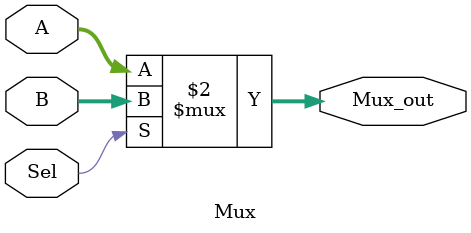
<source format=v>
module Mux (Sel, A, B, Mux_out);
    parameter n = 32;
    input Sel;
    input [n-1:0] A, B;
    output wire [n-1:0] Mux_out;

    assign Mux_out = (Sel == 1'b0) ? A : B;
endmodule
</source>
